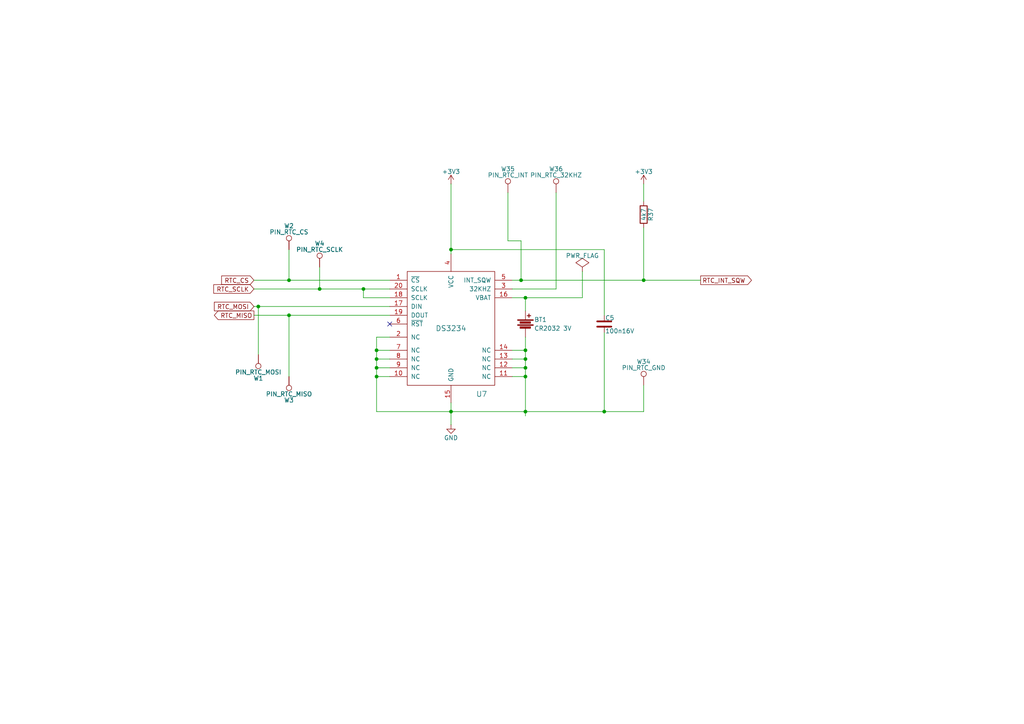
<source format=kicad_sch>
(kicad_sch (version 20231120) (generator "eeschema") (generator_version "8.0")
  (paper "A4")
  (lib_symbols
    (symbol "ATSAME70:+3.3V" (power) (pin_numbers hide) (pin_names (offset 0) hide)
      (property "Value" "+3.3V" (at 0 3.556 0))
      (symbol "+3.3V_0_1"
        (polyline (pts (xy -0.762 1.27) (xy 0 2.54)))
        (polyline (pts (xy 0 0) (xy 0 2.54)))
        (polyline (pts (xy 0 2.54) (xy 0.762 1.27)))
      )
      (symbol "+3.3V_1_1"
        (pin power_in line (at 0 0 90) (length 0) (name "~") (number "1"))
      )
    )
    (symbol "ATSAME70:C_100n_16V_0402" (pin_numbers hide) (pin_names (offset 0.254))
      (property "Reference" "C" (at 0.635 2.54 0))
      (property "Value" "100n16V" (at 0.635 -2.54 0))
      (symbol "C_100n_16V_0402_0_1"
        (polyline (pts (xy -2.032 -0.762) (xy 2.032 -0.762)) (stroke (width 0.508)))
        (polyline (pts (xy -2.032 0.762) (xy 2.032 0.762)) (stroke (width 0.508)))
      )
      (symbol "C_100n_16V_0402_1_1"
        (pin passive line (at 0 2.54 270) (length 1.651) (name "~") (number "1"))
        (pin passive line (at 0 -2.54 90) (length 1.651) (name "~") (number "2"))
      )
    )
    (symbol "ATSAME70:GND" (power) (pin_numbers hide) (pin_names (offset 0) hide)
      (property "Value" "GND" (at 0 -3.81 0))
      (symbol "GND_0_1"
        (polyline (pts (xy 0 0) (xy 0 -1.27) (xy 1.27 -1.27) (xy 0 -2.54) (xy -1.27 -1.27) (xy 0 -1.27)))
      )
      (symbol "GND_1_1"
        (pin power_in line (at 0 0 270) (length 0) (name "~") (number "1"))
      )
    )
    (symbol "ATSAME70:R" (pin_numbers hide) (pin_names (offset 0))
      (property "Reference" "R" (at 2.032 0 90))
      (property "Value" "100k" (at 0 0 90))
      (symbol "R_0_1"
        (rectangle (start -1.016 -2.54) (end 1.016 2.54) (stroke (width 0.254)))
      )
      (symbol "R_1_1"
        (pin passive line (at 0 3.81 270) (length 1.27) (name "~") (number "1"))
        (pin passive line (at 0 -3.81 90) (length 1.27) (name "~") (number "2"))
      )
    )
    (symbol "ATSAME70:TEST_1P" (pin_numbers hide) (pin_names (offset 0.762) hide)
      (property "Reference" "W" (at 0 6.858 0))
      (property "Value" "TEST_1P" (at 0 5.08 0))
      (symbol "TEST_1P_0_1"
        (circle (center 0 3.302) (radius 0.762))
      )
      (symbol "TEST_1P_1_1"
        (pin passive line (at 0 0 90) (length 2.54) (name "1") (number "1"))
      )
    )
    (symbol "TEST4-rescue:Battery-RESCUE-TEST4" (pin_numbers hide) (pin_names (offset 0))
      (property "Reference" "BT" (at 2.54 1.27 0))
      (property "Value" "Battery-RESCUE-TEST4" (at 2.54 -1.27 0))
      (symbol "Battery-RESCUE-TEST4_0_1"
        (rectangle (start -2.286 -0.1778) (end 2.286 -0.4318) (fill (type outline)))
        (rectangle (start -2.286 1.27) (end 2.286 1.016) (fill (type outline)))
        (rectangle (start -1.5748 -0.762) (end 1.4732 -1.27) (fill (type outline)))
        (rectangle (start -1.5748 0.6858) (end 1.4732 0.1778) (fill (type outline)))
        (polyline (pts (xy 0.508 2.413) (xy 1.524 2.413)) (stroke (width 0.254)))
        (polyline (pts (xy 1.016 2.921) (xy 1.016 1.905)) (stroke (width 0.254)))
      )
      (symbol "Battery-RESCUE-TEST4_1_1"
        (pin passive line (at 0 3.81 270) (length 2.54) (name "~") (number "1"))
        (pin passive line (at 0 -3.81 90) (length 2.54) (name "~") (number "2"))
      )
    )
    (symbol "TEST4-rescue:DS3234" (pin_names (offset 1.016))
      (property "Reference" "U" (at 8.89 -19.05 0))
      (property "Value" "DS3234" (at 0 0 0))
      (symbol "DS3234_0_1"
        (rectangle (start -12.7 16.51) (end 12.7 -16.51))
      )
      (symbol "DS3234_1_1"
        (pin input line (at -17.78 13.97 0) (length 5.08) (name "~{CS}") (number "1"))
        (pin passive line (at -17.78 -13.97 0) (length 5.08) (name "NC") (number "10"))
        (pin passive line (at 17.78 -13.97 180) (length 5.08) (name "NC") (number "11"))
        (pin passive line (at 17.78 -11.43 180) (length 5.08) (name "NC") (number "12"))
        (pin passive line (at 17.78 -8.89 180) (length 5.08) (name "NC") (number "13"))
        (pin passive line (at 17.78 -6.35 180) (length 5.08) (name "NC") (number "14"))
        (pin power_in line (at 0 -21.59 90) (length 5.08) (name "GND") (number "15"))
        (pin power_in line (at 17.78 8.89 180) (length 5.08) (name "VBAT") (number "16"))
        (pin input line (at -17.78 6.35 0) (length 5.08) (name "DIN") (number "17"))
        (pin input line (at -17.78 8.89 0) (length 5.08) (name "SCLK") (number "18"))
        (pin output line (at -17.78 3.81 0) (length 5.08) (name "DOUT") (number "19"))
        (pin passive line (at -17.78 -2.54 0) (length 5.08) (name "NC") (number "2"))
        (pin input line (at -17.78 11.43 0) (length 5.08) (name "SCLK") (number "20"))
        (pin output line (at 17.78 11.43 180) (length 5.08) (name "32KHZ") (number "3"))
        (pin power_in line (at 0 21.59 270) (length 5.08) (name "VCC") (number "4"))
        (pin output line (at 17.78 13.97 180) (length 5.08) (name "INT_SQW") (number "5"))
        (pin input line (at -17.78 1.27 0) (length 5.08) (name "~{RST}") (number "6"))
        (pin passive line (at -17.78 -6.35 0) (length 5.08) (name "NC") (number "7"))
        (pin passive line (at -17.78 -8.89 0) (length 5.08) (name "NC") (number "8"))
        (pin passive line (at -17.78 -11.43 0) (length 5.08) (name "NC") (number "9"))
      )
    )
    (symbol "TEST4-rescue:PWR_FLAG" (power) (pin_numbers hide) (pin_names (offset 0) hide)
      (property "Value" "PWR_FLAG" (at 0 4.572 0))
      (symbol "PWR_FLAG_0_0"
        (pin power_out line (at 0 0 90) (length 0) (name "pwr") (number "1"))
      )
      (symbol "PWR_FLAG_0_1"
        (polyline (pts (xy 0 0) (xy 0 1.27) (xy -1.905 2.54) (xy 0 3.81) (xy 1.905 2.54) (xy 0 1.27)))
      )
    )
  )
  (junction (at 152.4 101.6))
  (junction (at 109.22 104.14))
  (junction (at 83.82 81.28))
  (junction (at 83.82 91.44))
  (junction (at 109.22 109.22))
  (junction (at 152.4 119.38))
  (junction (at 186.69 81.28))
  (junction (at 152.4 109.22))
  (junction (at 109.22 106.68))
  (junction (at 130.81 72.39))
  (junction (at 74.93 88.9))
  (junction (at 152.4 106.68))
  (junction (at 151.13 81.28))
  (junction (at 109.22 101.6))
  (junction (at 105.41 83.82))
  (junction (at 175.26 119.38))
  (junction (at 130.81 119.38))
  (junction (at 152.4 86.36))
  (junction (at 92.71 83.82))
  (junction (at 152.4 104.14))
  (no_connect (at 113.03 93.98))
  (wire (pts (xy 147.32 69.85) (xy 151.13 69.85)))
  (wire (pts (xy 147.32 55.88) (xy 147.32 69.85)))
  (wire (pts (xy 83.82 91.44) (xy 113.03 91.44)))
  (wire (pts (xy 148.59 101.6) (xy 152.4 101.6)))
  (wire (pts (xy 109.22 119.38) (xy 130.81 119.38)))
  (wire (pts (xy 186.69 53.34) (xy 186.69 58.42)))
  (wire (pts (xy 113.03 109.22) (xy 109.22 109.22)))
  (wire (pts (xy 186.69 66.04) (xy 186.69 81.28)))
  (wire (pts (xy 152.4 119.38) (xy 175.26 119.38)))
  (wire (pts (xy 83.82 81.28) (xy 113.03 81.28)))
  (wire (pts (xy 113.03 106.68) (xy 109.22 106.68)))
  (wire (pts (xy 113.03 104.14) (xy 109.22 104.14)))
  (wire (pts (xy 152.4 106.68) (xy 148.59 106.68)))
  (wire (pts (xy 83.82 72.39) (xy 83.82 81.28)))
  (wire (pts (xy 130.81 72.39) (xy 130.81 73.66)))
  (wire (pts (xy 186.69 81.28) (xy 203.2 81.28)))
  (wire (pts (xy 161.29 55.88) (xy 161.29 83.82)))
  (wire (pts (xy 113.03 101.6) (xy 109.22 101.6)))
  (wire (pts (xy 83.82 109.22) (xy 83.82 91.44)))
  (wire (pts (xy 109.22 109.22) (xy 109.22 119.38)))
  (wire (pts (xy 92.71 83.82) (xy 105.41 83.82)))
  (wire (pts (xy 152.4 109.22) (xy 152.4 119.38)))
  (wire (pts (xy 113.03 97.79) (xy 109.22 97.79)))
  (wire (pts (xy 109.22 106.68) (xy 109.22 109.22)))
  (wire (pts (xy 105.41 86.36) (xy 105.41 83.82)))
  (wire (pts (xy 74.93 102.87) (xy 74.93 88.9)))
  (wire (pts (xy 109.22 97.79) (xy 109.22 101.6)))
  (wire (pts (xy 113.03 86.36) (xy 105.41 86.36)))
  (wire (pts (xy 130.81 53.34) (xy 130.81 72.39)))
  (wire (pts (xy 148.59 104.14) (xy 152.4 104.14)))
  (wire (pts (xy 92.71 77.47) (xy 92.71 83.82)))
  (wire (pts (xy 73.66 81.28) (xy 83.82 81.28)))
  (wire (pts (xy 74.93 88.9) (xy 113.03 88.9)))
  (wire (pts (xy 175.26 72.39) (xy 175.26 91.44)))
  (wire (pts (xy 73.66 88.9) (xy 74.93 88.9)))
  (wire (pts (xy 130.81 119.38) (xy 152.4 119.38)))
  (wire (pts (xy 168.91 86.36) (xy 168.91 78.74)))
  (wire (pts (xy 152.4 90.17) (xy 152.4 86.36)))
  (wire (pts (xy 151.13 69.85) (xy 151.13 81.28)))
  (wire (pts (xy 175.26 119.38) (xy 186.69 119.38)))
  (wire (pts (xy 148.59 81.28) (xy 151.13 81.28)))
  (wire (pts (xy 130.81 116.84) (xy 130.81 119.38)))
  (wire (pts (xy 152.4 104.14) (xy 152.4 106.68)))
  (wire (pts (xy 109.22 101.6) (xy 109.22 104.14)))
  (wire (pts (xy 152.4 97.79) (xy 152.4 101.6)))
  (wire (pts (xy 152.4 101.6) (xy 152.4 104.14)))
  (wire (pts (xy 148.59 86.36) (xy 152.4 86.36)))
  (wire (pts (xy 186.69 119.38) (xy 186.69 111.76)))
  (wire (pts (xy 161.29 83.82) (xy 148.59 83.82)))
  (wire (pts (xy 105.41 83.82) (xy 113.03 83.82)))
  (wire (pts (xy 175.26 119.38) (xy 175.26 96.52)))
  (wire (pts (xy 152.4 119.38) (xy 152.4 120.65)))
  (wire (pts (xy 152.4 86.36) (xy 168.91 86.36)))
  (wire (pts (xy 148.59 109.22) (xy 152.4 109.22)))
  (wire (pts (xy 73.66 83.82) (xy 92.71 83.82)))
  (wire (pts (xy 73.66 91.44) (xy 83.82 91.44)))
  (wire (pts (xy 151.13 81.28) (xy 186.69 81.28)))
  (wire (pts (xy 130.81 72.39) (xy 175.26 72.39)))
  (wire (pts (xy 109.22 104.14) (xy 109.22 106.68)))
  (wire (pts (xy 130.81 119.38) (xy 130.81 123.19)))
  (wire (pts (xy 152.4 106.68) (xy 152.4 109.22)))
  (global_label "RTC_MISO" (shape output) (at 73.66 91.44 180) (property "Intersheetrefs" "${INTERSHEET_REFS}" (effects (hide yes))))
  (global_label "RTC_SCLK" (shape input) (at 73.66 83.82 180) (property "Intersheetrefs" "${INTERSHEET_REFS}" (effects (hide yes))))
  (global_label "RTC_INT_SQW" (shape output) (at 203.2 81.28 0) (property "Intersheetrefs" "${INTERSHEET_REFS}" (effects (hide yes))))
  (global_label "RTC_MOSI" (shape input) (at 73.66 88.9 180) (property "Intersheetrefs" "${INTERSHEET_REFS}" (effects (hide yes))))
  (global_label "RTC_CS" (shape input) (at 73.66 81.28 180) (property "Intersheetrefs" "${INTERSHEET_REFS}" (effects (hide yes))))
  (symbol (lib_id "TEST4-rescue:DS3234") (at 130.81 95.25 0) (unit 1)
    (property "Reference" "U7" (at 139.7 114.3 0) (effects (font (size 1.524 1.524))))
    (property "Value" "DS3234" (at 130.81 95.25 0) (effects (font (size 1.524 1.524))))
    (property "Footprint" "mylib:SOIC-20_7.5x12.8mm_Pitch1.27mm" (effects (hide yes)))
    (instances (project "TEST4" (path "" (reference "U7") (unit 1))) (project "ControllerBoard" (path "" (reference "U10") (unit 1))))
  )
  (symbol (lib_id "TEST4-rescue:Battery-RESCUE-TEST4") (at 152.4 93.98 0) (unit 1)
    (property "Reference" "BT1" (at 154.94 92.71 0) (effects (justify left)))
    (property "Value" "CR2032 3V" (at 154.94 95.25 0) (effects (justify left)))
    (property "Footprint" "mylib:CR2032H" (effects (hide yes)))
  )
  (symbol (lib_id "ATSAME70:GND") (at 130.81 123.19 0) (unit 1)
    (property "Reference" "#PWR071" (effects (hide yes)))
    (property "Value" "GND" (at 130.81 127 0))
    (property "Description" "Power symbol creates a global label with name \"GND\" , ground" (effects (hide yes)))
    (instances (project "TEST4" (path "" (reference "#PWR071") (unit 1))) (project "" (path "" (reference "#PWR76") (unit 1))))
  )
  (symbol (lib_id "ATSAME70:+3.3V") (at 130.81 53.34 0) (unit 1)
    (property "Reference" "#PWR072" (effects (hide yes)))
    (property "Value" "+3V3" (at 130.81 49.784 0))
    (property "Description" "Power symbol creates a global label with name \"+3.3V\"" (effects (hide yes)))
    (instances (project "TEST4" (path "" (reference "#PWR072") (unit 1))) (project "" (path "" (reference "#PWR75") (unit 1))))
  )
  (symbol (lib_id "TEST4-rescue:PWR_FLAG") (at 168.91 78.74 0) (unit 1)
    (property "Reference" "#FLG073" (effects (hide yes)))
    (property "Value" "PWR_FLAG" (at 168.91 74.168 0))
    (instances (project "TEST4" (path "" (reference "#FLG073") (unit 1))) (project "" (path "" (reference "#FLG5") (unit 1))))
  )
  (symbol (lib_id "ATSAME70:C_100n_16V_0402") (at 175.26 93.98 0) (unit 1)
    (property "Reference" "C5" (at 175.514 92.202 0) (effects (justify left)))
    (property "Value" "100n16V" (at 175.514 96.012 0) (effects (justify left)))
    (property "Footprint" "ATSAME70:C_0402" (effects (hide yes)))
    (property "Description" "Unpolarized capacitor" (effects (hide yes)))
    (property "LCSC" "C1525" (effects (hide yes)))
    (instances (project "TEST4" (path "" (reference "C5") (unit 1))) (project "ControllerBoard" (path "" (reference "C42") (unit 1))))
  )
  (symbol (lib_id "ATSAME70:TEST_1P") (at 83.82 72.39 0) (unit 1)
    (property "Reference" "W2" (at 83.82 65.532 0))
    (property "Value" "PIN_RTC_CS" (at 83.82 67.31 0))
    (property "Footprint" "mylib:TestPad_09mmDrill" (effects (hide yes)))
    (instances (project "TEST4" (path "" (reference "W2") (unit 1))) (project "ControllerBoard" (path "" (reference "W30") (unit 1))))
  )
  (symbol (lib_id "ATSAME70:TEST_1P") (at 92.71 77.47 0) (unit 1)
    (property "Reference" "W4" (at 92.71 70.612 0))
    (property "Value" "PIN_RTC_SCLK" (at 92.71 72.39 0))
    (property "Footprint" "mylib:TestPad_09mmDrill" (effects (hide yes)))
    (instances (project "TEST4" (path "" (reference "W4") (unit 1))) (project "ControllerBoard" (path "" (reference "W32") (unit 1))))
  )
  (symbol (lib_id "ATSAME70:TEST_1P") (at 74.93 102.87 180) (unit 1)
    (property "Reference" "W1" (at 74.93 109.728 0))
    (property "Value" "PIN_RTC_MOSI" (at 74.93 107.95 0))
    (property "Footprint" "mylib:TestPad_09mmDrill" (effects (hide yes)))
    (instances (project "TEST4" (path "" (reference "W1") (unit 1))) (project "ControllerBoard" (path "" (reference "W29") (unit 1))))
  )
  (symbol (lib_id "ATSAME70:TEST_1P") (at 83.82 109.22 180) (unit 1)
    (property "Reference" "W3" (at 83.82 116.078 0))
    (property "Value" "PIN_RTC_MISO" (at 83.82 114.3 0))
    (property "Footprint" "mylib:TestPad_09mmDrill" (effects (hide yes)))
    (instances (project "TEST4" (path "" (reference "W3") (unit 1))) (project "ControllerBoard" (path "" (reference "W31") (unit 1))))
  )
  (symbol (lib_id "ATSAME70:TEST_1P") (at 186.69 111.76 0) (unit 1)
    (property "Reference" "W34" (at 186.69 104.902 0))
    (property "Value" "PIN_RTC_GND" (at 186.69 106.68 0))
    (property "Footprint" "mylib:TestPad_09mmDrill" (effects (hide yes)))
    (instances (project "TEST4" (path "" (reference "W34") (unit 1))) (project "ControllerBoard" (path "" (reference "W35") (unit 1))))
  )
  (symbol (lib_id "ATSAME70:R") (at 186.69 62.23 0) (unit 1)
    (property "Reference" "R37" (at 188.722 62.23 90))
    (property "Value" "4k7" (at 186.69 62.23 90))
    (property "Footprint" "mylib:R_1206" (effects (hide yes)))
    (property "Description" "Resistor" (effects (hide yes)))
    (instances (project "TEST4" (path "" (reference "R37") (unit 1))) (project "ControllerBoard" (path "" (reference "R48") (unit 1))))
  )
  (symbol (lib_id "ATSAME70:+3.3V") (at 186.69 53.34 0) (unit 1)
    (property "Reference" "#PWR074" (effects (hide yes)))
    (property "Value" "+3V3" (at 186.69 49.784 0))
    (property "Description" "Power symbol creates a global label with name \"+3.3V\"" (effects (hide yes)))
    (instances (project "TEST4" (path "" (reference "#PWR074") (unit 1))) (project "" (path "" (reference "#PWR77") (unit 1))))
  )
  (symbol (lib_id "ATSAME70:TEST_1P") (at 161.29 55.88 0) (unit 1)
    (property "Reference" "W36" (at 161.29 49.022 0))
    (property "Value" "PIN_RTC_32KHZ" (at 161.29 50.8 0))
    (property "Footprint" "mylib:TestPad_09mmDrill" (effects (hide yes)))
    (instances (project "TEST4" (path "" (reference "W36") (unit 1))) (project "ControllerBoard" (path "" (reference "W34") (unit 1))))
  )
  (symbol (lib_id "ATSAME70:TEST_1P") (at 147.32 55.88 0) (unit 1)
    (property "Reference" "W35" (at 147.32 49.022 0))
    (property "Value" "PIN_RTC_INT" (at 147.32 50.8 0))
    (property "Footprint" "mylib:TestPad_09mmDrill" (effects (hide yes)))
    (instances (project "TEST4" (path "" (reference "W35") (unit 1))) (project "ControllerBoard" (path "" (reference "W33") (unit 1))))
  )
)
</source>
